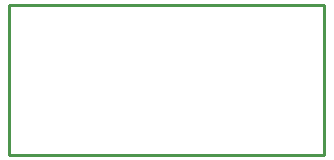
<source format=gbr>
G04 EAGLE Gerber RS-274X export*
G75*
%MOMM*%
%FSLAX34Y34*%
%LPD*%
%IN*%
%IPPOS*%
%AMOC8*
5,1,8,0,0,1.08239X$1,22.5*%
G01*
%ADD10C,0.254000*%


D10*
X0Y0D02*
X266700Y0D01*
X266700Y127000D01*
X0Y127000D01*
X0Y0D01*
M02*

</source>
